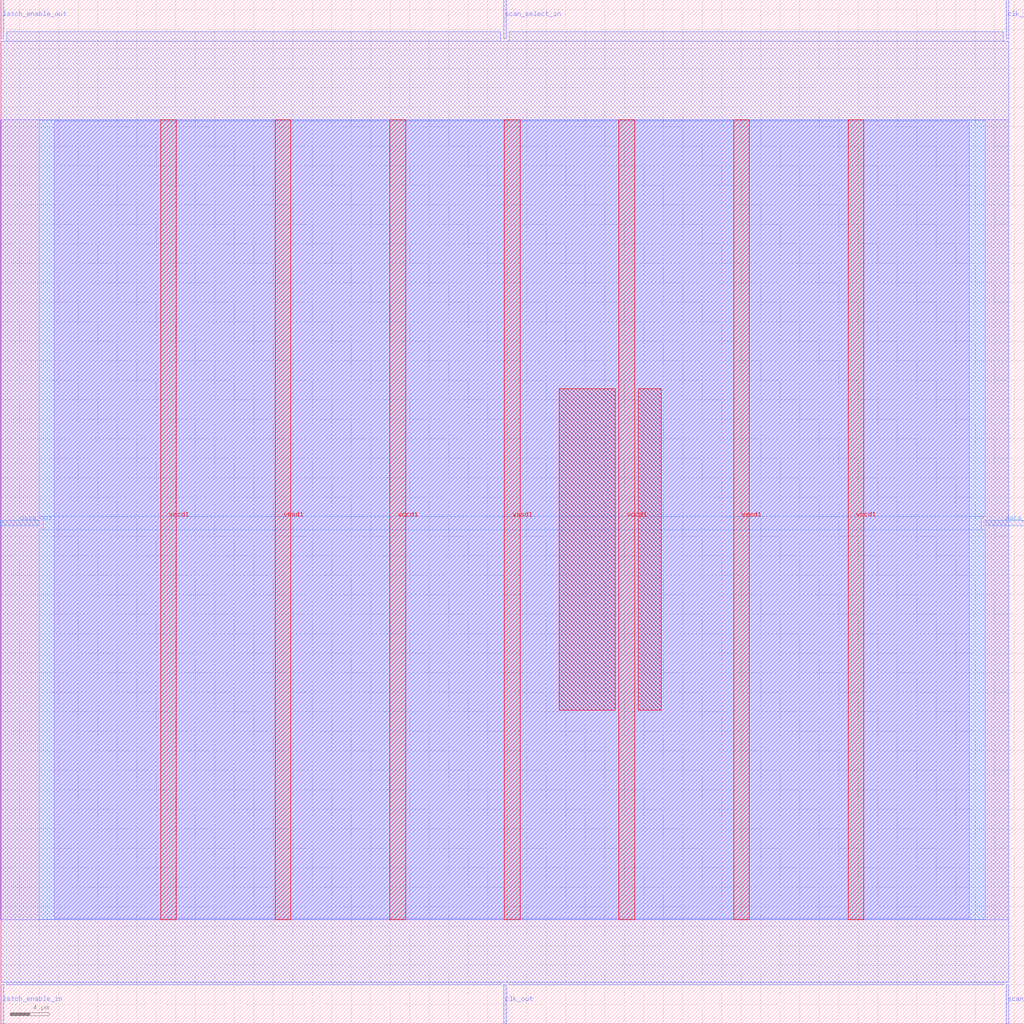
<source format=lef>
VERSION 5.7 ;
  NOWIREEXTENSIONATPIN ON ;
  DIVIDERCHAR "/" ;
  BUSBITCHARS "[]" ;
MACRO scan_wrapper_341590933015364178
  CLASS BLOCK ;
  FOREIGN scan_wrapper_341590933015364178 ;
  ORIGIN 0.000 0.000 ;
  SIZE 105.000 BY 105.000 ;
  PIN clk_in
    DIRECTION INPUT ;
    USE SIGNAL ;
    PORT
      LAYER met2 ;
        RECT 103.130 101.000 103.410 105.000 ;
    END
  END clk_in
  PIN clk_out
    DIRECTION OUTPUT TRISTATE ;
    USE SIGNAL ;
    PORT
      LAYER met2 ;
        RECT 51.610 0.000 51.890 4.000 ;
    END
  END clk_out
  PIN data_in
    DIRECTION INPUT ;
    USE SIGNAL ;
    PORT
      LAYER met3 ;
        RECT 101.000 51.040 105.000 51.640 ;
    END
  END data_in
  PIN data_out
    DIRECTION OUTPUT TRISTATE ;
    USE SIGNAL ;
    PORT
      LAYER met3 ;
        RECT 0.000 51.040 4.000 51.640 ;
    END
  END data_out
  PIN latch_enable_in
    DIRECTION INPUT ;
    USE SIGNAL ;
    PORT
      LAYER met2 ;
        RECT 0.090 0.000 0.370 4.000 ;
    END
  END latch_enable_in
  PIN latch_enable_out
    DIRECTION OUTPUT TRISTATE ;
    USE SIGNAL ;
    PORT
      LAYER met2 ;
        RECT 0.090 101.000 0.370 105.000 ;
    END
  END latch_enable_out
  PIN scan_select_in
    DIRECTION INPUT ;
    USE SIGNAL ;
    PORT
      LAYER met2 ;
        RECT 51.610 101.000 51.890 105.000 ;
    END
  END scan_select_in
  PIN scan_select_out
    DIRECTION OUTPUT TRISTATE ;
    USE SIGNAL ;
    PORT
      LAYER met2 ;
        RECT 103.130 0.000 103.410 4.000 ;
    END
  END scan_select_out
  PIN vccd1
    DIRECTION INOUT ;
    USE POWER ;
    PORT
      LAYER met4 ;
        RECT 16.465 10.640 18.065 92.720 ;
    END
    PORT
      LAYER met4 ;
        RECT 39.955 10.640 41.555 92.720 ;
    END
    PORT
      LAYER met4 ;
        RECT 63.445 10.640 65.045 92.720 ;
    END
    PORT
      LAYER met4 ;
        RECT 86.935 10.640 88.535 92.720 ;
    END
  END vccd1
  PIN vssd1
    DIRECTION INOUT ;
    USE GROUND ;
    PORT
      LAYER met4 ;
        RECT 28.210 10.640 29.810 92.720 ;
    END
    PORT
      LAYER met4 ;
        RECT 51.700 10.640 53.300 92.720 ;
    END
    PORT
      LAYER met4 ;
        RECT 75.190 10.640 76.790 92.720 ;
    END
  END vssd1
  OBS
      LAYER li1 ;
        RECT 5.520 10.795 99.360 92.565 ;
      LAYER met1 ;
        RECT 0.070 10.640 103.430 92.720 ;
      LAYER met2 ;
        RECT 0.650 100.720 51.330 101.730 ;
        RECT 52.170 100.720 102.850 101.730 ;
        RECT 0.100 4.280 103.400 100.720 ;
        RECT 0.650 4.000 51.330 4.280 ;
        RECT 52.170 4.000 102.850 4.280 ;
      LAYER met3 ;
        RECT 4.000 52.040 101.000 92.645 ;
        RECT 4.400 50.640 100.600 52.040 ;
        RECT 4.000 10.715 101.000 50.640 ;
      LAYER met4 ;
        RECT 57.335 32.135 63.045 65.105 ;
        RECT 65.445 32.135 67.785 65.105 ;
  END
END scan_wrapper_341590933015364178
END LIBRARY


</source>
